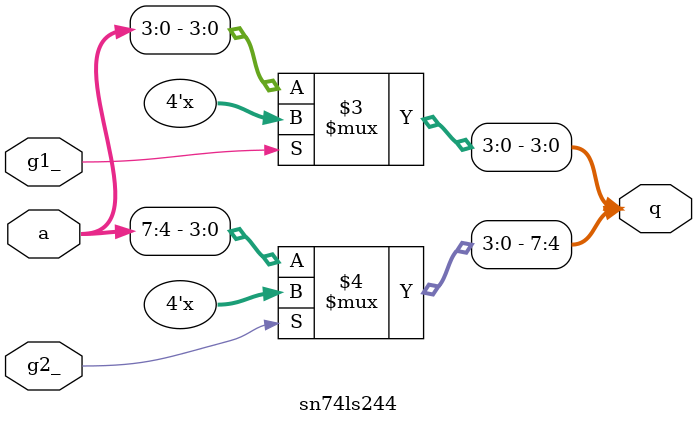
<source format=v>
module sn74ls244(q, a, g1_, g2_);
input [7:0] a;
input g1_, g2_;
output [7:0] q;
wire gint1, gint2;

parameter
	// TI TTL data book Vol 1, 1985
	tPLH_min=0, tPLH_typ=9,           tPLH_max=14,
	tPHL_min=0, tPHL_typ=12,          tPHL_max=18,
	tPZH_min=0, tPZH_typ=15-tPLH_typ, tPZH_max=23-tPLH_max,
	tPZL_min=0, tPZL_typ=20-tPHL_typ, tPZL_max=30-tPHL_max;
// does not respect tPHZ, tPLZ !

	assign #(tPZH_min:tPZH_typ:tPZH_max,
		     tPZL_min:tPZL_typ:tPZL_max)
		gint1 = ~g1_;
	assign #(tPZH_min:tPZH_typ:tPZH_max,
		     tPZL_min:tPZL_typ:tPZL_max)
		gint2 = ~g2_;

	assign #(tPLH_min:tPLH_typ:tPLH_max,
  		     tPHL_min:tPHL_typ:tPHL_max)
		q[3:0] = gint1 ? a[3:0] : 4'bzzzz;
	assign #(tPLH_min : tPLH_typ : tPLH_max,
  		     tPHL_min : tPHL_typ : tPHL_max)
		q[7:4] = gint2 ? a[7:4] : 4'bzzzz;

endmodule

</source>
